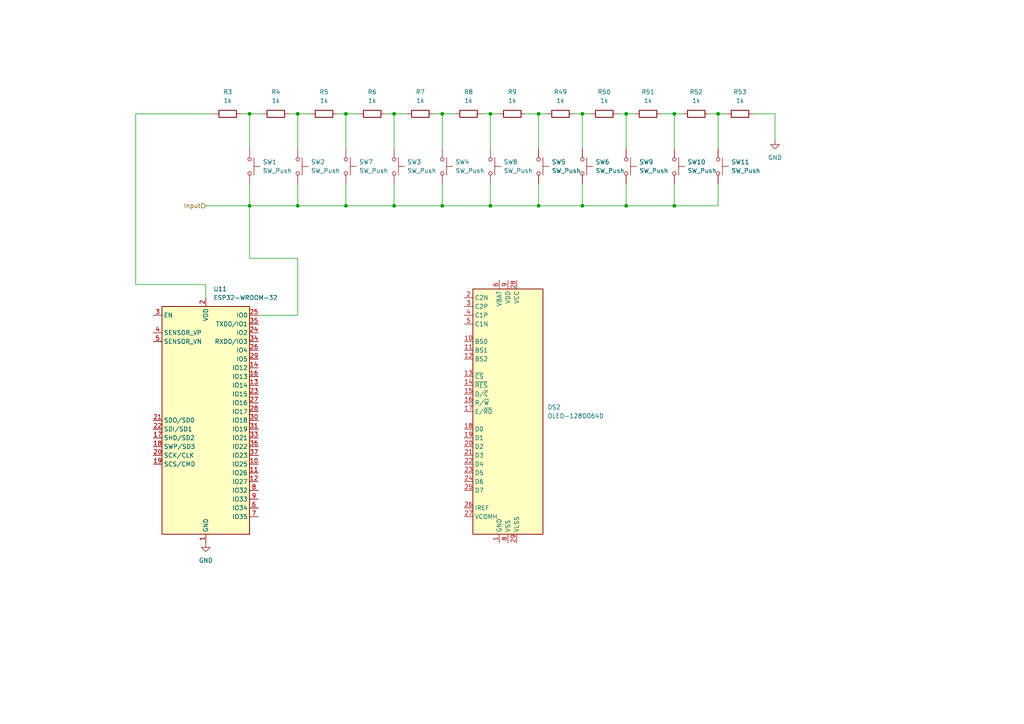
<source format=kicad_sch>
(kicad_sch (version 20231120) (generator "eeschema") (generator_version "8.0")
  (paper "A4")
  (lib_symbols
    (symbol "Device:R" (pin_numbers hide) (pin_names (offset 0))
      (property "Reference" "R" (at 2.032 0 90))
      (property "Value" "R" (at 0 0 90))
      (symbol "R_0_1"
        (rectangle (start -1.016 -2.54) (end 1.016 2.54) (stroke (width 0.254)))
      )
      (symbol "R_1_1"
        (pin passive line (at 0 3.81 270) (length 1.27) (name "~") (number "1"))
        (pin passive line (at 0 -3.81 90) (length 1.27) (name "~") (number "2"))
      )
    )
    (symbol "Display_Graphic:OLED-128O064D"
      (property "Reference" "DS" (at -10.16 38.1 0))
      (property "Value" "OLED-128O064D" (at 12.7 38.1 0))
      (symbol "OLED-128O064D_0_1"
        (rectangle (start -10.16 35.56) (end 10.16 -35.56) (stroke (width 0.254)) (fill (type background)))
      )
      (symbol "OLED-128O064D_1_1"
        (pin power_in line (at -2.54 -38.1 90) (length 2.54) (name "GND") (number "1"))
        (pin input line (at -12.7 20.32 0) (length 2.54) (name "BS0") (number "10"))
        (pin input line (at -12.7 17.78 0) (length 2.54) (name "BS1") (number "11"))
        (pin input line (at -12.7 15.24 0) (length 2.54) (name "BS2") (number "12"))
        (pin input line (at -12.7 10.16 0) (length 2.54) (name "~{CS}") (number "13"))
        (pin input line (at -12.7 7.62 0) (length 2.54) (name "~{RES}") (number "14"))
        (pin input line (at -12.7 5.08 0) (length 2.54) (name "D/~{C}") (number "15"))
        (pin input line (at -12.7 2.54 0) (length 2.54) (name "R/~{W}") (number "16"))
        (pin input line (at -12.7 0 0) (length 2.54) (name "E/~{RD}") (number "17"))
        (pin bidirectional line (at -12.7 -5.08 0) (length 2.54) (name "D0") (number "18"))
        (pin bidirectional line (at -12.7 -7.62 0) (length 2.54) (name "D1") (number "19"))
        (pin passive line (at -12.7 33.02 0) (length 2.54) (name "C2N") (number "2"))
        (pin bidirectional line (at -12.7 -10.16 0) (length 2.54) (name "D2") (number "20"))
        (pin bidirectional line (at -12.7 -12.7 0) (length 2.54) (name "D3") (number "21"))
        (pin bidirectional line (at -12.7 -15.24 0) (length 2.54) (name "D4") (number "22"))
        (pin bidirectional line (at -12.7 -17.78 0) (length 2.54) (name "D5") (number "23"))
        (pin bidirectional line (at -12.7 -20.32 0) (length 2.54) (name "D6") (number "24"))
        (pin bidirectional line (at -12.7 -22.86 0) (length 2.54) (name "D7") (number "25"))
        (pin passive line (at -12.7 -27.94 0) (length 2.54) (name "IREF") (number "26"))
        (pin passive line (at -12.7 -30.48 0) (length 2.54) (name "VCOMH") (number "27"))
        (pin power_in line (at 2.54 38.1 270) (length 2.54) (name "VCC") (number "28"))
        (pin power_in line (at 2.54 -38.1 90) (length 2.54) (name "VLSS") (number "29"))
        (pin passive line (at -12.7 30.48 0) (length 2.54) (name "C2P") (number "3"))
        (pin passive line (at -2.54 -38.1 90) (length 2.54) hide (name "GND") (number "30"))
        (pin passive line (at -12.7 27.94 0) (length 2.54) (name "C1P") (number "4"))
        (pin passive line (at -12.7 25.4 0) (length 2.54) (name "C1N") (number "5"))
        (pin power_in line (at -2.54 38.1 270) (length 2.54) (name "VBAT") (number "6"))
        (pin no_connect line (at 10.16 0 180) (length 2.54) hide (name "NC") (number "7"))
        (pin power_in line (at 0 -38.1 90) (length 2.54) (name "VSS") (number "8"))
        (pin power_in line (at 0 38.1 270) (length 2.54) (name "VDD") (number "9"))
      )
    )
    (symbol "RF_Module:ESP32-WROOM-32"
      (property "Reference" "U" (at -12.7 34.29 0))
      (property "Value" "ESP32-WROOM-32" (at 1.27 34.29 0))
      (symbol "ESP32-WROOM-32_0_1"
        (rectangle (start -12.7 33.02) (end 12.7 -33.02) (stroke (width 0.254)) (fill (type background)))
      )
      (symbol "ESP32-WROOM-32_1_1"
        (pin power_in line (at 0 -35.56 90) (length 2.54) (name "GND") (number "1"))
        (pin bidirectional line (at 15.24 -12.7 180) (length 2.54) (name "IO25") (number "10"))
        (pin bidirectional line (at 15.24 -15.24 180) (length 2.54) (name "IO26") (number "11"))
        (pin bidirectional line (at 15.24 -17.78 180) (length 2.54) (name "IO27") (number "12"))
        (pin bidirectional line (at 15.24 10.16 180) (length 2.54) (name "IO14") (number "13"))
        (pin bidirectional line (at 15.24 15.24 180) (length 2.54) (name "IO12") (number "14"))
        (pin passive line (at 0 -35.56 90) (length 2.54) hide (name "GND") (number "15"))
        (pin bidirectional line (at 15.24 12.7 180) (length 2.54) (name "IO13") (number "16"))
        (pin bidirectional line (at -15.24 -5.08 0) (length 2.54) (name "SHD/SD2") (number "17"))
        (pin bidirectional line (at -15.24 -7.62 0) (length 2.54) (name "SWP/SD3") (number "18"))
        (pin bidirectional line (at -15.24 -12.7 0) (length 2.54) (name "SCS/CMD") (number "19"))
        (pin power_in line (at 0 35.56 270) (length 2.54) (name "VDD") (number "2"))
        (pin bidirectional line (at -15.24 -10.16 0) (length 2.54) (name "SCK/CLK") (number "20"))
        (pin bidirectional line (at -15.24 0 0) (length 2.54) (name "SDO/SD0") (number "21"))
        (pin bidirectional line (at -15.24 -2.54 0) (length 2.54) (name "SDI/SD1") (number "22"))
        (pin bidirectional line (at 15.24 7.62 180) (length 2.54) (name "IO15") (number "23"))
        (pin bidirectional line (at 15.24 25.4 180) (length 2.54) (name "IO2") (number "24"))
        (pin bidirectional line (at 15.24 30.48 180) (length 2.54) (name "IO0") (number "25"))
        (pin bidirectional line (at 15.24 20.32 180) (length 2.54) (name "IO4") (number "26"))
        (pin bidirectional line (at 15.24 5.08 180) (length 2.54) (name "IO16") (number "27"))
        (pin bidirectional line (at 15.24 2.54 180) (length 2.54) (name "IO17") (number "28"))
        (pin bidirectional line (at 15.24 17.78 180) (length 2.54) (name "IO5") (number "29"))
        (pin input line (at -15.24 30.48 0) (length 2.54) (name "EN") (number "3"))
        (pin bidirectional line (at 15.24 0 180) (length 2.54) (name "IO18") (number "30"))
        (pin bidirectional line (at 15.24 -2.54 180) (length 2.54) (name "IO19") (number "31"))
        (pin no_connect line (at -12.7 -27.94 0) (length 2.54) hide (name "NC") (number "32"))
        (pin bidirectional line (at 15.24 -5.08 180) (length 2.54) (name "IO21") (number "33"))
        (pin bidirectional line (at 15.24 22.86 180) (length 2.54) (name "RXD0/IO3") (number "34"))
        (pin bidirectional line (at 15.24 27.94 180) (length 2.54) (name "TXD0/IO1") (number "35"))
        (pin bidirectional line (at 15.24 -7.62 180) (length 2.54) (name "IO22") (number "36"))
        (pin bidirectional line (at 15.24 -10.16 180) (length 2.54) (name "IO23") (number "37"))
        (pin passive line (at 0 -35.56 90) (length 2.54) hide (name "GND") (number "38"))
        (pin passive line (at 0 -35.56 90) (length 2.54) hide (name "GND") (number "39"))
        (pin input line (at -15.24 25.4 0) (length 2.54) (name "SENSOR_VP") (number "4"))
        (pin input line (at -15.24 22.86 0) (length 2.54) (name "SENSOR_VN") (number "5"))
        (pin input line (at 15.24 -25.4 180) (length 2.54) (name "IO34") (number "6"))
        (pin input line (at 15.24 -27.94 180) (length 2.54) (name "IO35") (number "7"))
        (pin bidirectional line (at 15.24 -20.32 180) (length 2.54) (name "IO32") (number "8"))
        (pin bidirectional line (at 15.24 -22.86 180) (length 2.54) (name "IO33") (number "9"))
      )
    )
    (symbol "Switch:SW_Push" (pin_numbers hide) (pin_names (offset 1.016) hide)
      (property "Reference" "SW" (at 1.27 2.54 0))
      (property "Value" "SW_Push" (at 0 -1.524 0))
      (symbol "SW_Push_0_1"
        (circle (center -2.032 0) (radius 0.508))
        (polyline (pts (xy 0 1.27) (xy 0 3.048)))
        (polyline (pts (xy 2.54 1.27) (xy -2.54 1.27)))
        (circle (center 2.032 0) (radius 0.508))
        (pin passive line (at -5.08 0 0) (length 2.54) (name "1") (number "1"))
        (pin passive line (at 5.08 0 180) (length 2.54) (name "2") (number "2"))
      )
    )
    (symbol "power:GND" (power) (pin_numbers hide) (pin_names (offset 0) hide)
      (property "Value" "GND" (at 0 -3.81 0))
      (symbol "GND_0_1"
        (polyline (pts (xy 0 0) (xy 0 -1.27) (xy 1.27 -1.27) (xy 0 -2.54) (xy -1.27 -1.27) (xy 0 -1.27)))
      )
      (symbol "GND_1_1"
        (pin power_in line (at 0 0 270) (length 0) (name "~") (number "1"))
      )
    )
  )
  (junction (at 181.61 33.02))
  (junction (at 168.91 59.69))
  (junction (at 156.21 33.02))
  (junction (at 114.3 59.69))
  (junction (at 195.58 59.69))
  (junction (at 156.21 59.69))
  (junction (at 100.33 33.02))
  (junction (at 142.24 59.69))
  (junction (at 128.27 59.69))
  (junction (at 86.36 59.69))
  (junction (at 181.61 59.69))
  (junction (at 128.27 33.02))
  (junction (at 195.58 33.02))
  (junction (at 114.3 33.02))
  (junction (at 208.28 33.02))
  (junction (at 86.36 33.02))
  (junction (at 72.39 33.02))
  (junction (at 100.33 59.69))
  (junction (at 72.39 59.69))
  (junction (at 168.91 33.02))
  (junction (at 142.24 33.02))
  (wire (pts (xy 114.3 59.69) (xy 128.27 59.69)))
  (wire (pts (xy 142.24 53.34) (xy 142.24 59.69)))
  (wire (pts (xy 72.39 53.34) (xy 72.39 59.69)))
  (wire (pts (xy 111.76 33.02) (xy 114.3 33.02)))
  (wire (pts (xy 114.3 33.02) (xy 114.3 43.18)))
  (wire (pts (xy 181.61 33.02) (xy 184.15 33.02)))
  (wire (pts (xy 69.85 33.02) (xy 72.39 33.02)))
  (wire (pts (xy 100.33 33.02) (xy 104.14 33.02)))
  (wire (pts (xy 72.39 33.02) (xy 76.2 33.02)))
  (wire (pts (xy 86.36 33.02) (xy 90.17 33.02)))
  (wire (pts (xy 86.36 91.44) (xy 74.93 91.44)))
  (wire (pts (xy 86.36 53.34) (xy 86.36 59.69)))
  (wire (pts (xy 128.27 33.02) (xy 132.08 33.02)))
  (wire (pts (xy 195.58 53.34) (xy 195.58 59.69)))
  (wire (pts (xy 72.39 59.69) (xy 72.39 74.93)))
  (wire (pts (xy 39.37 33.02) (xy 39.37 82.55)))
  (wire (pts (xy 181.61 59.69) (xy 195.58 59.69)))
  (wire (pts (xy 128.27 33.02) (xy 128.27 43.18)))
  (wire (pts (xy 168.91 59.69) (xy 181.61 59.69)))
  (wire (pts (xy 181.61 53.34) (xy 181.61 59.69)))
  (wire (pts (xy 59.69 82.55) (xy 59.69 86.36)))
  (wire (pts (xy 208.28 33.02) (xy 210.82 33.02)))
  (wire (pts (xy 179.07 33.02) (xy 181.61 33.02)))
  (wire (pts (xy 72.39 33.02) (xy 72.39 43.18)))
  (wire (pts (xy 128.27 59.69) (xy 142.24 59.69)))
  (wire (pts (xy 168.91 53.34) (xy 168.91 59.69)))
  (wire (pts (xy 156.21 53.34) (xy 156.21 59.69)))
  (wire (pts (xy 62.23 33.02) (xy 39.37 33.02)))
  (wire (pts (xy 72.39 74.93) (xy 86.36 74.93)))
  (wire (pts (xy 97.79 33.02) (xy 100.33 33.02)))
  (wire (pts (xy 156.21 59.69) (xy 168.91 59.69)))
  (wire (pts (xy 205.74 33.02) (xy 208.28 33.02)))
  (wire (pts (xy 195.58 33.02) (xy 195.58 43.18)))
  (wire (pts (xy 142.24 59.69) (xy 156.21 59.69)))
  (wire (pts (xy 100.33 59.69) (xy 114.3 59.69)))
  (wire (pts (xy 168.91 33.02) (xy 171.45 33.02)))
  (wire (pts (xy 114.3 53.34) (xy 114.3 59.69)))
  (wire (pts (xy 166.37 33.02) (xy 168.91 33.02)))
  (wire (pts (xy 191.77 33.02) (xy 195.58 33.02)))
  (wire (pts (xy 195.58 33.02) (xy 198.12 33.02)))
  (wire (pts (xy 125.73 33.02) (xy 128.27 33.02)))
  (wire (pts (xy 156.21 33.02) (xy 156.21 43.18)))
  (wire (pts (xy 181.61 43.18) (xy 181.61 33.02)))
  (wire (pts (xy 156.21 33.02) (xy 158.75 33.02)))
  (wire (pts (xy 59.69 59.69) (xy 72.39 59.69)))
  (wire (pts (xy 100.33 53.34) (xy 100.33 59.69)))
  (wire (pts (xy 86.36 74.93) (xy 86.36 91.44)))
  (wire (pts (xy 142.24 43.18) (xy 142.24 33.02)))
  (wire (pts (xy 72.39 59.69) (xy 86.36 59.69)))
  (wire (pts (xy 195.58 59.69) (xy 208.28 59.69)))
  (wire (pts (xy 208.28 53.34) (xy 208.28 59.69)))
  (wire (pts (xy 86.36 59.69) (xy 100.33 59.69)))
  (wire (pts (xy 83.82 33.02) (xy 86.36 33.02)))
  (wire (pts (xy 224.79 33.02) (xy 224.79 40.64)))
  (wire (pts (xy 128.27 53.34) (xy 128.27 59.69)))
  (wire (pts (xy 142.24 33.02) (xy 144.78 33.02)))
  (wire (pts (xy 152.4 33.02) (xy 156.21 33.02)))
  (wire (pts (xy 114.3 33.02) (xy 118.11 33.02)))
  (wire (pts (xy 208.28 33.02) (xy 208.28 43.18)))
  (wire (pts (xy 218.44 33.02) (xy 224.79 33.02)))
  (wire (pts (xy 100.33 33.02) (xy 100.33 43.18)))
  (wire (pts (xy 139.7 33.02) (xy 142.24 33.02)))
  (wire (pts (xy 168.91 33.02) (xy 168.91 43.18)))
  (wire (pts (xy 86.36 33.02) (xy 86.36 43.18)))
  (wire (pts (xy 39.37 82.55) (xy 59.69 82.55)))
  (hierarchical_label "Input" (shape input) (at 59.69 59.69 180))
  (symbol (lib_id "Device:R") (at 80.01 33.02 90) (unit 1)
    (property "Reference" "R4" (at 80.01 26.67 90))
    (property "Value" "1k" (at 80.01 29.21 90))
    (property "Description" "Resistor" (effects (hide yes)))
  )
  (symbol (lib_id "Switch:SW_Push") (at 142.24 48.26 270) (unit 1)
    (property "Reference" "SW8" (at 146.05 46.9899 90) (effects (justify left)))
    (property "Value" "SW_Push" (at 146.05 49.5299 90) (effects (justify left)))
    (property "Description" "Push button switch, generic, two pins" (effects (hide yes)))
  )
  (symbol (lib_id "Device:R") (at 135.89 33.02 90) (unit 1)
    (property "Reference" "R8" (at 135.89 26.67 90))
    (property "Value" "1k" (at 135.89 29.21 90))
    (property "Description" "Resistor" (effects (hide yes)))
  )
  (symbol (lib_id "Device:R") (at 201.93 33.02 90) (unit 1)
    (property "Reference" "R52" (at 201.93 26.67 90))
    (property "Value" "1k" (at 201.93 29.21 90))
    (property "Description" "Resistor" (effects (hide yes)))
  )
  (symbol (lib_id "Switch:SW_Push") (at 86.36 48.26 270) (unit 1)
    (property "Reference" "SW2" (at 90.17 46.9899 90) (effects (justify left)))
    (property "Value" "SW_Push" (at 90.17 49.5299 90) (effects (justify left)))
    (property "Description" "Push button switch, generic, two pins" (effects (hide yes)))
  )
  (symbol (lib_id "Device:R") (at 121.92 33.02 90) (unit 1)
    (property "Reference" "R7" (at 121.92 26.67 90))
    (property "Value" "1k" (at 121.92 29.21 90))
    (property "Description" "Resistor" (effects (hide yes)))
  )
  (symbol (lib_id "Display_Graphic:OLED-128O064D") (at 147.32 119.38 0) (unit 1)
    (property "Reference" "DS2" (at 158.75 118.1099 0) (effects (justify left)))
    (property "Value" "OLED-128O064D" (at 158.75 120.6499 0) (effects (justify left)))
    (property "Footprint" "Display:OLED-128O064D" (effects (hide yes)))
    (property "Datasheet" "https://www.vishay.com/docs/37902/oled128o064dbpp3n00000.pdf" (effects (hide yes)))
    (property "Description" "OLED display 128x64" (effects (hide yes)))
  )
  (symbol (lib_id "Switch:SW_Push") (at 181.61 48.26 270) (unit 1)
    (property "Reference" "SW9" (at 185.42 46.9899 90) (effects (justify left)))
    (property "Value" "SW_Push" (at 185.42 49.5299 90) (effects (justify left)))
    (property "Description" "Push button switch, generic, two pins" (effects (hide yes)))
  )
  (symbol (lib_id "Switch:SW_Push") (at 156.21 48.26 270) (unit 1)
    (property "Reference" "SW5" (at 160.02 46.9899 90) (effects (justify left)))
    (property "Value" "SW_Push" (at 160.02 49.5299 90) (effects (justify left)))
    (property "Description" "Push button switch, generic, two pins" (effects (hide yes)))
  )
  (symbol (lib_id "Device:R") (at 93.98 33.02 90) (unit 1)
    (property "Reference" "R5" (at 93.98 26.67 90))
    (property "Value" "1k" (at 93.98 29.21 90))
    (property "Description" "Resistor" (effects (hide yes)))
  )
  (symbol (lib_id "Switch:SW_Push") (at 100.33 48.26 270) (unit 1)
    (property "Reference" "SW7" (at 104.14 46.9899 90) (effects (justify left)))
    (property "Value" "SW_Push" (at 104.14 49.5299 90) (effects (justify left)))
    (property "Description" "Push button switch, generic, two pins" (effects (hide yes)))
  )
  (symbol (lib_id "Switch:SW_Push") (at 195.58 48.26 270) (unit 1)
    (property "Reference" "SW10" (at 199.39 46.9899 90) (effects (justify left)))
    (property "Value" "SW_Push" (at 199.39 49.5299 90) (effects (justify left)))
    (property "Description" "Push button switch, generic, two pins" (effects (hide yes)))
  )
  (symbol (lib_id "Switch:SW_Push") (at 168.91 48.26 270) (unit 1)
    (property "Reference" "SW6" (at 172.72 46.9899 90) (effects (justify left)))
    (property "Value" "SW_Push" (at 172.72 49.5299 90) (effects (justify left)))
    (property "Description" "Push button switch, generic, two pins" (effects (hide yes)))
  )
  (symbol (lib_id "RF_Module:ESP32-WROOM-32") (at 59.69 121.92 0) (unit 1)
    (property "Reference" "U11" (at 61.8841 83.82 0) (effects (justify left)))
    (property "Value" "ESP32-WROOM-32" (at 61.8841 86.36 0) (effects (justify left)))
    (property "Footprint" "RF_Module:ESP32-WROOM-32" (effects (hide yes)))
    (property "Datasheet" "https://www.espressif.com/sites/default/files/documentation/esp32-wroom-32_datasheet_en.pdf" (effects (hide yes)))
    (property "Description" "RF Module, ESP32-D0WDQ6 SoC, Wi-Fi 802.11b/g/n, Bluetooth, BLE, 32-bit, 2.7-3.6V, onboard antenna, SMD" (effects (hide yes)))
  )
  (symbol (lib_id "Device:R") (at 187.96 33.02 90) (unit 1)
    (property "Reference" "R51" (at 187.96 26.67 90))
    (property "Value" "1k" (at 187.96 29.21 90))
    (property "Description" "Resistor" (effects (hide yes)))
  )
  (symbol (lib_id "Switch:SW_Push") (at 128.27 48.26 270) (unit 1)
    (property "Reference" "SW4" (at 132.08 46.9899 90) (effects (justify left)))
    (property "Value" "SW_Push" (at 132.08 49.5299 90) (effects (justify left)))
    (property "Description" "Push button switch, generic, two pins" (effects (hide yes)))
  )
  (symbol (lib_id "Device:R") (at 214.63 33.02 90) (unit 1)
    (property "Reference" "R53" (at 214.63 26.67 90))
    (property "Value" "1k" (at 214.63 29.21 90))
    (property "Description" "Resistor" (effects (hide yes)))
  )
  (symbol (lib_id "Switch:SW_Push") (at 208.28 48.26 270) (unit 1)
    (property "Reference" "SW11" (at 212.09 46.9899 90) (effects (justify left)))
    (property "Value" "SW_Push" (at 212.09 49.5299 90) (effects (justify left)))
    (property "Description" "Push button switch, generic, two pins" (effects (hide yes)))
  )
  (symbol (lib_id "Switch:SW_Push") (at 114.3 48.26 270) (unit 1)
    (property "Reference" "SW3" (at 118.11 46.9899 90) (effects (justify left)))
    (property "Value" "SW_Push" (at 118.11 49.5299 90) (effects (justify left)))
    (property "Description" "Push button switch, generic, two pins" (effects (hide yes)))
  )
  (symbol (lib_id "Switch:SW_Push") (at 72.39 48.26 270) (unit 1)
    (property "Reference" "SW1" (at 76.2 46.9899 90) (effects (justify left)))
    (property "Value" "SW_Push" (at 76.2 49.5299 90) (effects (justify left)))
    (property "Description" "Push button switch, generic, two pins" (effects (hide yes)))
  )
  (symbol (lib_id "Device:R") (at 148.59 33.02 90) (unit 1)
    (property "Reference" "R9" (at 148.59 26.67 90))
    (property "Value" "1k" (at 148.59 29.21 90))
    (property "Description" "Resistor" (effects (hide yes)))
  )
  (symbol (lib_id "power:GND") (at 224.79 40.64 0) (unit 1)
    (property "Reference" "#PWR04" (effects (hide yes)))
    (property "Value" "GND" (at 224.79 45.72 0))
    (property "Description" "Power symbol creates a global label with name \"GND\" , ground" (effects (hide yes)))
  )
  (symbol (lib_id "power:GND") (at 59.69 157.48 0) (unit 1)
    (property "Reference" "#PWR03" (effects (hide yes)))
    (property "Value" "GND" (at 59.69 162.56 0))
    (property "Description" "Power symbol creates a global label with name \"GND\" , ground" (effects (hide yes)))
  )
  (symbol (lib_id "Device:R") (at 175.26 33.02 90) (unit 1)
    (property "Reference" "R50" (at 175.26 26.67 90))
    (property "Value" "1k" (at 175.26 29.21 90))
    (property "Description" "Resistor" (effects (hide yes)))
  )
  (symbol (lib_id "Device:R") (at 162.56 33.02 90) (unit 1)
    (property "Reference" "R49" (at 162.56 26.67 90))
    (property "Value" "1k" (at 162.56 29.21 90))
    (property "Description" "Resistor" (effects (hide yes)))
  )
  (symbol (lib_id "Device:R") (at 66.04 33.02 90) (unit 1)
    (property "Reference" "R3" (at 66.04 26.67 90))
    (property "Value" "1k" (at 66.04 29.21 90))
    (property "Description" "Resistor" (effects (hide yes)))
  )
  (symbol (lib_id "Device:R") (at 107.95 33.02 90) (unit 1)
    (property "Reference" "R6" (at 107.95 26.67 90))
    (property "Value" "1k" (at 107.95 29.21 90))
    (property "Description" "Resistor" (effects (hide yes)))
  )
)
</source>
